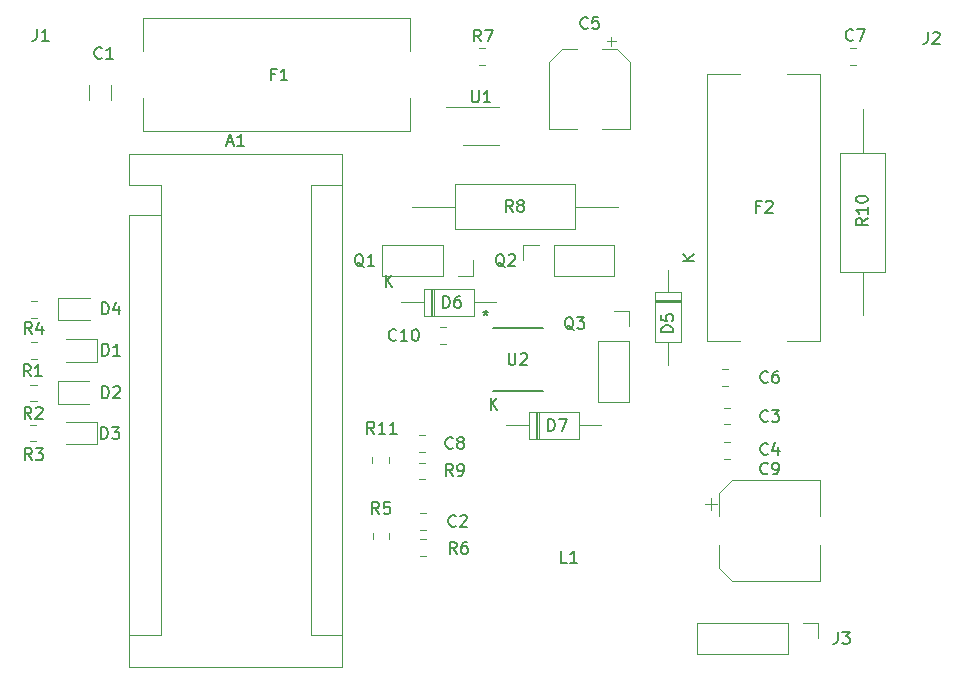
<source format=gbr>
G04 #@! TF.GenerationSoftware,KiCad,Pcbnew,(5.1.5)-3*
G04 #@! TF.CreationDate,2020-06-01T21:11:24-07:00*
G04 #@! TF.ProjectId,MTTP Charge Controller,4d545450-2043-4686-9172-676520436f6e,rev?*
G04 #@! TF.SameCoordinates,Original*
G04 #@! TF.FileFunction,Legend,Top*
G04 #@! TF.FilePolarity,Positive*
%FSLAX46Y46*%
G04 Gerber Fmt 4.6, Leading zero omitted, Abs format (unit mm)*
G04 Created by KiCad (PCBNEW (5.1.5)-3) date 2020-06-01 21:11:24*
%MOMM*%
%LPD*%
G04 APERTURE LIST*
%ADD10C,0.120000*%
%ADD11C,0.152400*%
%ADD12C,0.150000*%
G04 APERTURE END LIST*
D10*
X110008000Y-79750000D02*
X112808000Y-79750000D01*
X116808000Y-79750000D02*
X119608000Y-79750000D01*
X116808000Y-57150000D02*
X119608000Y-57150000D01*
X119608000Y-57150000D02*
X119608000Y-79750000D01*
X110008000Y-57150000D02*
X110008000Y-79750000D01*
X110008000Y-57150000D02*
X112808000Y-57150000D01*
X63754000Y-69088000D02*
X63754000Y-66548000D01*
X63754000Y-66548000D02*
X61084000Y-66548000D01*
X61084000Y-69088000D02*
X61084000Y-107318000D01*
X61084000Y-63878000D02*
X61084000Y-66548000D01*
X76454000Y-66548000D02*
X79124000Y-66548000D01*
X76454000Y-66548000D02*
X76454000Y-104648000D01*
X76454000Y-104648000D02*
X79124000Y-104648000D01*
X63754000Y-69088000D02*
X61084000Y-69088000D01*
X63754000Y-69088000D02*
X63754000Y-104648000D01*
X63754000Y-104648000D02*
X61084000Y-104648000D01*
X61084000Y-107318000D02*
X79124000Y-107318000D01*
X79124000Y-107318000D02*
X79124000Y-63878000D01*
X79124000Y-63878000D02*
X61084000Y-63878000D01*
X57720000Y-59282064D02*
X57720000Y-58077936D01*
X59540000Y-59282064D02*
X59540000Y-58077936D01*
X86189078Y-95706000D02*
X85671922Y-95706000D01*
X86189078Y-94286000D02*
X85671922Y-94286000D01*
X96650000Y-61810000D02*
X99000000Y-61810000D01*
X103470000Y-61810000D02*
X101120000Y-61810000D01*
X103470000Y-56054437D02*
X103470000Y-61810000D01*
X96650000Y-56054437D02*
X96650000Y-61810000D01*
X97714437Y-54990000D02*
X99000000Y-54990000D01*
X102405563Y-54990000D02*
X101120000Y-54990000D01*
X102405563Y-54990000D02*
X103470000Y-56054437D01*
X97714437Y-54990000D02*
X96650000Y-56054437D01*
X101907500Y-53962500D02*
X101907500Y-54750000D01*
X102301250Y-54356250D02*
X101513750Y-54356250D01*
X119576000Y-100018000D02*
X119576000Y-96968000D01*
X119576000Y-91498000D02*
X119576000Y-94548000D01*
X112120437Y-91498000D02*
X119576000Y-91498000D01*
X112120437Y-100018000D02*
X119576000Y-100018000D01*
X111056000Y-98953563D02*
X111056000Y-96968000D01*
X111056000Y-92562437D02*
X111056000Y-94548000D01*
X111056000Y-92562437D02*
X112120437Y-91498000D01*
X111056000Y-98953563D02*
X112120437Y-100018000D01*
X109816000Y-93548000D02*
X110816000Y-93548000D01*
X110316000Y-93048000D02*
X110316000Y-94048000D01*
X55700000Y-81460000D02*
X58385000Y-81460000D01*
X58385000Y-81460000D02*
X58385000Y-79540000D01*
X58385000Y-79540000D02*
X55700000Y-79540000D01*
X55015000Y-85060000D02*
X57700000Y-85060000D01*
X55015000Y-83140000D02*
X55015000Y-85060000D01*
X57700000Y-83140000D02*
X55015000Y-83140000D01*
X58385000Y-86540000D02*
X55700000Y-86540000D01*
X58385000Y-88460000D02*
X58385000Y-86540000D01*
X55700000Y-88460000D02*
X58385000Y-88460000D01*
X57750000Y-76040000D02*
X55065000Y-76040000D01*
X55065000Y-76040000D02*
X55065000Y-77960000D01*
X55065000Y-77960000D02*
X57750000Y-77960000D01*
X107800000Y-75604000D02*
X105560000Y-75604000D01*
X105560000Y-75604000D02*
X105560000Y-79844000D01*
X105560000Y-79844000D02*
X107800000Y-79844000D01*
X107800000Y-79844000D02*
X107800000Y-75604000D01*
X106680000Y-73684000D02*
X106680000Y-75604000D01*
X106680000Y-81764000D02*
X106680000Y-79844000D01*
X107800000Y-76324000D02*
X105560000Y-76324000D01*
X107800000Y-76444000D02*
X105560000Y-76444000D01*
X107800000Y-76204000D02*
X105560000Y-76204000D01*
X86018000Y-75334000D02*
X86018000Y-77574000D01*
X86018000Y-77574000D02*
X90258000Y-77574000D01*
X90258000Y-77574000D02*
X90258000Y-75334000D01*
X90258000Y-75334000D02*
X86018000Y-75334000D01*
X84098000Y-76454000D02*
X86018000Y-76454000D01*
X92178000Y-76454000D02*
X90258000Y-76454000D01*
X86738000Y-75334000D02*
X86738000Y-77574000D01*
X86858000Y-75334000D02*
X86858000Y-77574000D01*
X86618000Y-75334000D02*
X86618000Y-77574000D01*
X95508000Y-85748000D02*
X95508000Y-87988000D01*
X95748000Y-85748000D02*
X95748000Y-87988000D01*
X95628000Y-85748000D02*
X95628000Y-87988000D01*
X101068000Y-86868000D02*
X99148000Y-86868000D01*
X92988000Y-86868000D02*
X94908000Y-86868000D01*
X99148000Y-85748000D02*
X94908000Y-85748000D01*
X99148000Y-87988000D02*
X99148000Y-85748000D01*
X94908000Y-87988000D02*
X99148000Y-87988000D01*
X94908000Y-85748000D02*
X94908000Y-87988000D01*
X84836000Y-52350000D02*
X84836000Y-55150000D01*
X84836000Y-52350000D02*
X62236000Y-52350000D01*
X84836000Y-61950000D02*
X62236000Y-61950000D01*
X84836000Y-59150000D02*
X84836000Y-61950000D01*
X62236000Y-59150000D02*
X62236000Y-61950000D01*
X62236000Y-52350000D02*
X62236000Y-55150000D01*
X109160000Y-103572000D02*
X109160000Y-106232000D01*
X116840000Y-103572000D02*
X109160000Y-103572000D01*
X116840000Y-106232000D02*
X109160000Y-106232000D01*
X116840000Y-103572000D02*
X116840000Y-106232000D01*
X118110000Y-103572000D02*
X119440000Y-103572000D01*
X119440000Y-103572000D02*
X119440000Y-104902000D01*
X87630000Y-71568000D02*
X87630000Y-74228000D01*
X87630000Y-71568000D02*
X82490000Y-71568000D01*
X82490000Y-71568000D02*
X82490000Y-74228000D01*
X87630000Y-74228000D02*
X82490000Y-74228000D01*
X90230000Y-74228000D02*
X88900000Y-74228000D01*
X90230000Y-72898000D02*
X90230000Y-74228000D01*
X97028000Y-74228000D02*
X97028000Y-71568000D01*
X97028000Y-74228000D02*
X102168000Y-74228000D01*
X102168000Y-74228000D02*
X102168000Y-71568000D01*
X97028000Y-71568000D02*
X102168000Y-71568000D01*
X94428000Y-71568000D02*
X95758000Y-71568000D01*
X94428000Y-72898000D02*
X94428000Y-71568000D01*
X102108000Y-77156000D02*
X103438000Y-77156000D01*
X103438000Y-77156000D02*
X103438000Y-78486000D01*
X103438000Y-79756000D02*
X103438000Y-84896000D01*
X100778000Y-84896000D02*
X103438000Y-84896000D01*
X100778000Y-79756000D02*
X100778000Y-84896000D01*
X100778000Y-79756000D02*
X103438000Y-79756000D01*
X85038000Y-68338000D02*
X88688000Y-68338000D01*
X102478000Y-68338000D02*
X98828000Y-68338000D01*
X88688000Y-70258000D02*
X98828000Y-70258000D01*
X88688000Y-66418000D02*
X88688000Y-70258000D01*
X98828000Y-66418000D02*
X88688000Y-66418000D01*
X98828000Y-70258000D02*
X98828000Y-66418000D01*
X125110000Y-63764000D02*
X121270000Y-63764000D01*
X121270000Y-63764000D02*
X121270000Y-73904000D01*
X121270000Y-73904000D02*
X125110000Y-73904000D01*
X125110000Y-73904000D02*
X125110000Y-63764000D01*
X123190000Y-60114000D02*
X123190000Y-63764000D01*
X123190000Y-77554000D02*
X123190000Y-73904000D01*
X90860000Y-63110000D02*
X92360000Y-63110000D01*
X90860000Y-63110000D02*
X89360000Y-63110000D01*
X90860000Y-59890000D02*
X92360000Y-59890000D01*
X90860000Y-59890000D02*
X87935000Y-59890000D01*
D11*
X96100900Y-78651100D02*
X91859100Y-78651100D01*
X91859100Y-83908900D02*
X96100900Y-83908900D01*
D10*
X91181078Y-56310000D02*
X90663922Y-56310000D01*
X91181078Y-54890000D02*
X90663922Y-54890000D01*
X83110000Y-96003922D02*
X83110000Y-96521078D01*
X81690000Y-96003922D02*
X81690000Y-96521078D01*
X85671922Y-96490000D02*
X86189078Y-96490000D01*
X85671922Y-97910000D02*
X86189078Y-97910000D01*
X53246078Y-79790000D02*
X52728922Y-79790000D01*
X53246078Y-81210000D02*
X52728922Y-81210000D01*
X52721422Y-83410000D02*
X53238578Y-83410000D01*
X52721422Y-84830000D02*
X53238578Y-84830000D01*
X53208578Y-86790000D02*
X52691422Y-86790000D01*
X53208578Y-88210000D02*
X52691422Y-88210000D01*
X53258578Y-77740000D02*
X52741422Y-77740000D01*
X53258578Y-76320000D02*
X52741422Y-76320000D01*
X85651422Y-90010000D02*
X86168578Y-90010000D01*
X85651422Y-91430000D02*
X86168578Y-91430000D01*
X81680000Y-89551422D02*
X81680000Y-90068578D01*
X83100000Y-89551422D02*
X83100000Y-90068578D01*
X111428423Y-85355001D02*
X111945579Y-85355001D01*
X111428423Y-86775001D02*
X111945579Y-86775001D01*
X111428423Y-89725001D02*
X111945579Y-89725001D01*
X111428423Y-88305001D02*
X111945579Y-88305001D01*
X111764578Y-82094000D02*
X111247422Y-82094000D01*
X111764578Y-83514000D02*
X111247422Y-83514000D01*
X122090922Y-54916000D02*
X122608078Y-54916000D01*
X122090922Y-56336000D02*
X122608078Y-56336000D01*
X85593422Y-87682000D02*
X86110578Y-87682000D01*
X85593422Y-89102000D02*
X86110578Y-89102000D01*
X87371422Y-79958000D02*
X87888578Y-79958000D01*
X87371422Y-78538000D02*
X87888578Y-78538000D01*
D12*
X114502666Y-68328571D02*
X114169333Y-68328571D01*
X114169333Y-68852380D02*
X114169333Y-67852380D01*
X114645523Y-67852380D01*
X114978857Y-67947619D02*
X115026476Y-67900000D01*
X115121714Y-67852380D01*
X115359809Y-67852380D01*
X115455047Y-67900000D01*
X115502666Y-67947619D01*
X115550285Y-68042857D01*
X115550285Y-68138095D01*
X115502666Y-68280952D01*
X114931238Y-68852380D01*
X115550285Y-68852380D01*
X98131333Y-98496380D02*
X97655142Y-98496380D01*
X97655142Y-97496380D01*
X98988476Y-98496380D02*
X98417047Y-98496380D01*
X98702761Y-98496380D02*
X98702761Y-97496380D01*
X98607523Y-97639238D01*
X98512285Y-97734476D01*
X98417047Y-97782095D01*
X69389714Y-62904666D02*
X69865904Y-62904666D01*
X69294476Y-63190380D02*
X69627809Y-62190380D01*
X69961142Y-63190380D01*
X70818285Y-63190380D02*
X70246857Y-63190380D01*
X70532571Y-63190380D02*
X70532571Y-62190380D01*
X70437333Y-62333238D01*
X70342095Y-62428476D01*
X70246857Y-62476095D01*
X58761333Y-55729142D02*
X58713714Y-55776761D01*
X58570857Y-55824380D01*
X58475619Y-55824380D01*
X58332761Y-55776761D01*
X58237523Y-55681523D01*
X58189904Y-55586285D01*
X58142285Y-55395809D01*
X58142285Y-55252952D01*
X58189904Y-55062476D01*
X58237523Y-54967238D01*
X58332761Y-54872000D01*
X58475619Y-54824380D01*
X58570857Y-54824380D01*
X58713714Y-54872000D01*
X58761333Y-54919619D01*
X59713714Y-55824380D02*
X59142285Y-55824380D01*
X59428000Y-55824380D02*
X59428000Y-54824380D01*
X59332761Y-54967238D01*
X59237523Y-55062476D01*
X59142285Y-55110095D01*
X88733333Y-95353142D02*
X88685714Y-95400761D01*
X88542857Y-95448380D01*
X88447619Y-95448380D01*
X88304761Y-95400761D01*
X88209523Y-95305523D01*
X88161904Y-95210285D01*
X88114285Y-95019809D01*
X88114285Y-94876952D01*
X88161904Y-94686476D01*
X88209523Y-94591238D01*
X88304761Y-94496000D01*
X88447619Y-94448380D01*
X88542857Y-94448380D01*
X88685714Y-94496000D01*
X88733333Y-94543619D01*
X89114285Y-94543619D02*
X89161904Y-94496000D01*
X89257142Y-94448380D01*
X89495238Y-94448380D01*
X89590476Y-94496000D01*
X89638095Y-94543619D01*
X89685714Y-94638857D01*
X89685714Y-94734095D01*
X89638095Y-94876952D01*
X89066666Y-95448380D01*
X89685714Y-95448380D01*
X99909333Y-53189142D02*
X99861714Y-53236761D01*
X99718857Y-53284380D01*
X99623619Y-53284380D01*
X99480761Y-53236761D01*
X99385523Y-53141523D01*
X99337904Y-53046285D01*
X99290285Y-52855809D01*
X99290285Y-52712952D01*
X99337904Y-52522476D01*
X99385523Y-52427238D01*
X99480761Y-52332000D01*
X99623619Y-52284380D01*
X99718857Y-52284380D01*
X99861714Y-52332000D01*
X99909333Y-52379619D01*
X100814095Y-52284380D02*
X100337904Y-52284380D01*
X100290285Y-52760571D01*
X100337904Y-52712952D01*
X100433142Y-52665333D01*
X100671238Y-52665333D01*
X100766476Y-52712952D01*
X100814095Y-52760571D01*
X100861714Y-52855809D01*
X100861714Y-53093904D01*
X100814095Y-53189142D01*
X100766476Y-53236761D01*
X100671238Y-53284380D01*
X100433142Y-53284380D01*
X100337904Y-53236761D01*
X100290285Y-53189142D01*
X115149333Y-90915142D02*
X115101714Y-90962761D01*
X114958857Y-91010380D01*
X114863619Y-91010380D01*
X114720761Y-90962761D01*
X114625523Y-90867523D01*
X114577904Y-90772285D01*
X114530285Y-90581809D01*
X114530285Y-90438952D01*
X114577904Y-90248476D01*
X114625523Y-90153238D01*
X114720761Y-90058000D01*
X114863619Y-90010380D01*
X114958857Y-90010380D01*
X115101714Y-90058000D01*
X115149333Y-90105619D01*
X115625523Y-91010380D02*
X115816000Y-91010380D01*
X115911238Y-90962761D01*
X115958857Y-90915142D01*
X116054095Y-90772285D01*
X116101714Y-90581809D01*
X116101714Y-90200857D01*
X116054095Y-90105619D01*
X116006476Y-90058000D01*
X115911238Y-90010380D01*
X115720761Y-90010380D01*
X115625523Y-90058000D01*
X115577904Y-90105619D01*
X115530285Y-90200857D01*
X115530285Y-90438952D01*
X115577904Y-90534190D01*
X115625523Y-90581809D01*
X115720761Y-90629428D01*
X115911238Y-90629428D01*
X116006476Y-90581809D01*
X116054095Y-90534190D01*
X116101714Y-90438952D01*
X58799404Y-80952380D02*
X58799404Y-79952380D01*
X59037500Y-79952380D01*
X59180357Y-80000000D01*
X59275595Y-80095238D01*
X59323214Y-80190476D01*
X59370833Y-80380952D01*
X59370833Y-80523809D01*
X59323214Y-80714285D01*
X59275595Y-80809523D01*
X59180357Y-80904761D01*
X59037500Y-80952380D01*
X58799404Y-80952380D01*
X60323214Y-80952380D02*
X59751785Y-80952380D01*
X60037500Y-80952380D02*
X60037500Y-79952380D01*
X59942261Y-80095238D01*
X59847023Y-80190476D01*
X59751785Y-80238095D01*
X58799404Y-84552380D02*
X58799404Y-83552380D01*
X59037500Y-83552380D01*
X59180357Y-83600000D01*
X59275595Y-83695238D01*
X59323214Y-83790476D01*
X59370833Y-83980952D01*
X59370833Y-84123809D01*
X59323214Y-84314285D01*
X59275595Y-84409523D01*
X59180357Y-84504761D01*
X59037500Y-84552380D01*
X58799404Y-84552380D01*
X59751785Y-83647619D02*
X59799404Y-83600000D01*
X59894642Y-83552380D01*
X60132738Y-83552380D01*
X60227976Y-83600000D01*
X60275595Y-83647619D01*
X60323214Y-83742857D01*
X60323214Y-83838095D01*
X60275595Y-83980952D01*
X59704166Y-84552380D01*
X60323214Y-84552380D01*
X58711904Y-88002380D02*
X58711904Y-87002380D01*
X58950000Y-87002380D01*
X59092857Y-87050000D01*
X59188095Y-87145238D01*
X59235714Y-87240476D01*
X59283333Y-87430952D01*
X59283333Y-87573809D01*
X59235714Y-87764285D01*
X59188095Y-87859523D01*
X59092857Y-87954761D01*
X58950000Y-88002380D01*
X58711904Y-88002380D01*
X59616666Y-87002380D02*
X60235714Y-87002380D01*
X59902380Y-87383333D01*
X60045238Y-87383333D01*
X60140476Y-87430952D01*
X60188095Y-87478571D01*
X60235714Y-87573809D01*
X60235714Y-87811904D01*
X60188095Y-87907142D01*
X60140476Y-87954761D01*
X60045238Y-88002380D01*
X59759523Y-88002380D01*
X59664285Y-87954761D01*
X59616666Y-87907142D01*
X58774404Y-77452380D02*
X58774404Y-76452380D01*
X59012500Y-76452380D01*
X59155357Y-76500000D01*
X59250595Y-76595238D01*
X59298214Y-76690476D01*
X59345833Y-76880952D01*
X59345833Y-77023809D01*
X59298214Y-77214285D01*
X59250595Y-77309523D01*
X59155357Y-77404761D01*
X59012500Y-77452380D01*
X58774404Y-77452380D01*
X60202976Y-76785714D02*
X60202976Y-77452380D01*
X59964880Y-76404761D02*
X59726785Y-77119047D01*
X60345833Y-77119047D01*
X107132380Y-78970095D02*
X106132380Y-78970095D01*
X106132380Y-78732000D01*
X106180000Y-78589142D01*
X106275238Y-78493904D01*
X106370476Y-78446285D01*
X106560952Y-78398666D01*
X106703809Y-78398666D01*
X106894285Y-78446285D01*
X106989523Y-78493904D01*
X107084761Y-78589142D01*
X107132380Y-78732000D01*
X107132380Y-78970095D01*
X106132380Y-77493904D02*
X106132380Y-77970095D01*
X106608571Y-78017714D01*
X106560952Y-77970095D01*
X106513333Y-77874857D01*
X106513333Y-77636761D01*
X106560952Y-77541523D01*
X106608571Y-77493904D01*
X106703809Y-77446285D01*
X106941904Y-77446285D01*
X107037142Y-77493904D01*
X107084761Y-77541523D01*
X107132380Y-77636761D01*
X107132380Y-77874857D01*
X107084761Y-77970095D01*
X107037142Y-78017714D01*
X108932380Y-72905904D02*
X107932380Y-72905904D01*
X108932380Y-72334476D02*
X108360952Y-72763047D01*
X107932380Y-72334476D02*
X108503809Y-72905904D01*
X87653904Y-76906380D02*
X87653904Y-75906380D01*
X87892000Y-75906380D01*
X88034857Y-75954000D01*
X88130095Y-76049238D01*
X88177714Y-76144476D01*
X88225333Y-76334952D01*
X88225333Y-76477809D01*
X88177714Y-76668285D01*
X88130095Y-76763523D01*
X88034857Y-76858761D01*
X87892000Y-76906380D01*
X87653904Y-76906380D01*
X89082476Y-75906380D02*
X88892000Y-75906380D01*
X88796761Y-75954000D01*
X88749142Y-76001619D01*
X88653904Y-76144476D01*
X88606285Y-76334952D01*
X88606285Y-76715904D01*
X88653904Y-76811142D01*
X88701523Y-76858761D01*
X88796761Y-76906380D01*
X88987238Y-76906380D01*
X89082476Y-76858761D01*
X89130095Y-76811142D01*
X89177714Y-76715904D01*
X89177714Y-76477809D01*
X89130095Y-76382571D01*
X89082476Y-76334952D01*
X88987238Y-76287333D01*
X88796761Y-76287333D01*
X88701523Y-76334952D01*
X88653904Y-76382571D01*
X88606285Y-76477809D01*
X82796095Y-75106380D02*
X82796095Y-74106380D01*
X83367523Y-75106380D02*
X82938952Y-74534952D01*
X83367523Y-74106380D02*
X82796095Y-74677809D01*
X96543904Y-87320380D02*
X96543904Y-86320380D01*
X96782000Y-86320380D01*
X96924857Y-86368000D01*
X97020095Y-86463238D01*
X97067714Y-86558476D01*
X97115333Y-86748952D01*
X97115333Y-86891809D01*
X97067714Y-87082285D01*
X97020095Y-87177523D01*
X96924857Y-87272761D01*
X96782000Y-87320380D01*
X96543904Y-87320380D01*
X97448666Y-86320380D02*
X98115333Y-86320380D01*
X97686761Y-87320380D01*
X91686095Y-85520380D02*
X91686095Y-84520380D01*
X92257523Y-85520380D02*
X91828952Y-84948952D01*
X92257523Y-84520380D02*
X91686095Y-85091809D01*
X73418666Y-57124571D02*
X73085333Y-57124571D01*
X73085333Y-57648380D02*
X73085333Y-56648380D01*
X73561523Y-56648380D01*
X74466285Y-57648380D02*
X73894857Y-57648380D01*
X74180571Y-57648380D02*
X74180571Y-56648380D01*
X74085333Y-56791238D01*
X73990095Y-56886476D01*
X73894857Y-56934095D01*
X53260666Y-53300380D02*
X53260666Y-54014666D01*
X53213047Y-54157523D01*
X53117809Y-54252761D01*
X52974952Y-54300380D01*
X52879714Y-54300380D01*
X54260666Y-54300380D02*
X53689238Y-54300380D01*
X53974952Y-54300380D02*
X53974952Y-53300380D01*
X53879714Y-53443238D01*
X53784476Y-53538476D01*
X53689238Y-53586095D01*
X128698666Y-53554380D02*
X128698666Y-54268666D01*
X128651047Y-54411523D01*
X128555809Y-54506761D01*
X128412952Y-54554380D01*
X128317714Y-54554380D01*
X129127238Y-53649619D02*
X129174857Y-53602000D01*
X129270095Y-53554380D01*
X129508190Y-53554380D01*
X129603428Y-53602000D01*
X129651047Y-53649619D01*
X129698666Y-53744857D01*
X129698666Y-53840095D01*
X129651047Y-53982952D01*
X129079619Y-54554380D01*
X129698666Y-54554380D01*
X121078666Y-104354380D02*
X121078666Y-105068666D01*
X121031047Y-105211523D01*
X120935809Y-105306761D01*
X120792952Y-105354380D01*
X120697714Y-105354380D01*
X121459619Y-104354380D02*
X122078666Y-104354380D01*
X121745333Y-104735333D01*
X121888190Y-104735333D01*
X121983428Y-104782952D01*
X122031047Y-104830571D01*
X122078666Y-104925809D01*
X122078666Y-105163904D01*
X122031047Y-105259142D01*
X121983428Y-105306761D01*
X121888190Y-105354380D01*
X121602476Y-105354380D01*
X121507238Y-105306761D01*
X121459619Y-105259142D01*
X80930761Y-73445619D02*
X80835523Y-73398000D01*
X80740285Y-73302761D01*
X80597428Y-73159904D01*
X80502190Y-73112285D01*
X80406952Y-73112285D01*
X80454571Y-73350380D02*
X80359333Y-73302761D01*
X80264095Y-73207523D01*
X80216476Y-73017047D01*
X80216476Y-72683714D01*
X80264095Y-72493238D01*
X80359333Y-72398000D01*
X80454571Y-72350380D01*
X80645047Y-72350380D01*
X80740285Y-72398000D01*
X80835523Y-72493238D01*
X80883142Y-72683714D01*
X80883142Y-73017047D01*
X80835523Y-73207523D01*
X80740285Y-73302761D01*
X80645047Y-73350380D01*
X80454571Y-73350380D01*
X81835523Y-73350380D02*
X81264095Y-73350380D01*
X81549809Y-73350380D02*
X81549809Y-72350380D01*
X81454571Y-72493238D01*
X81359333Y-72588476D01*
X81264095Y-72636095D01*
X92868761Y-73445619D02*
X92773523Y-73398000D01*
X92678285Y-73302761D01*
X92535428Y-73159904D01*
X92440190Y-73112285D01*
X92344952Y-73112285D01*
X92392571Y-73350380D02*
X92297333Y-73302761D01*
X92202095Y-73207523D01*
X92154476Y-73017047D01*
X92154476Y-72683714D01*
X92202095Y-72493238D01*
X92297333Y-72398000D01*
X92392571Y-72350380D01*
X92583047Y-72350380D01*
X92678285Y-72398000D01*
X92773523Y-72493238D01*
X92821142Y-72683714D01*
X92821142Y-73017047D01*
X92773523Y-73207523D01*
X92678285Y-73302761D01*
X92583047Y-73350380D01*
X92392571Y-73350380D01*
X93202095Y-72445619D02*
X93249714Y-72398000D01*
X93344952Y-72350380D01*
X93583047Y-72350380D01*
X93678285Y-72398000D01*
X93725904Y-72445619D01*
X93773523Y-72540857D01*
X93773523Y-72636095D01*
X93725904Y-72778952D01*
X93154476Y-73350380D01*
X93773523Y-73350380D01*
X98710761Y-78779619D02*
X98615523Y-78732000D01*
X98520285Y-78636761D01*
X98377428Y-78493904D01*
X98282190Y-78446285D01*
X98186952Y-78446285D01*
X98234571Y-78684380D02*
X98139333Y-78636761D01*
X98044095Y-78541523D01*
X97996476Y-78351047D01*
X97996476Y-78017714D01*
X98044095Y-77827238D01*
X98139333Y-77732000D01*
X98234571Y-77684380D01*
X98425047Y-77684380D01*
X98520285Y-77732000D01*
X98615523Y-77827238D01*
X98663142Y-78017714D01*
X98663142Y-78351047D01*
X98615523Y-78541523D01*
X98520285Y-78636761D01*
X98425047Y-78684380D01*
X98234571Y-78684380D01*
X98996476Y-77684380D02*
X99615523Y-77684380D01*
X99282190Y-78065333D01*
X99425047Y-78065333D01*
X99520285Y-78112952D01*
X99567904Y-78160571D01*
X99615523Y-78255809D01*
X99615523Y-78493904D01*
X99567904Y-78589142D01*
X99520285Y-78636761D01*
X99425047Y-78684380D01*
X99139333Y-78684380D01*
X99044095Y-78636761D01*
X98996476Y-78589142D01*
X93559333Y-68778380D02*
X93226000Y-68302190D01*
X92987904Y-68778380D02*
X92987904Y-67778380D01*
X93368857Y-67778380D01*
X93464095Y-67826000D01*
X93511714Y-67873619D01*
X93559333Y-67968857D01*
X93559333Y-68111714D01*
X93511714Y-68206952D01*
X93464095Y-68254571D01*
X93368857Y-68302190D01*
X92987904Y-68302190D01*
X94130761Y-68206952D02*
X94035523Y-68159333D01*
X93987904Y-68111714D01*
X93940285Y-68016476D01*
X93940285Y-67968857D01*
X93987904Y-67873619D01*
X94035523Y-67826000D01*
X94130761Y-67778380D01*
X94321238Y-67778380D01*
X94416476Y-67826000D01*
X94464095Y-67873619D01*
X94511714Y-67968857D01*
X94511714Y-68016476D01*
X94464095Y-68111714D01*
X94416476Y-68159333D01*
X94321238Y-68206952D01*
X94130761Y-68206952D01*
X94035523Y-68254571D01*
X93987904Y-68302190D01*
X93940285Y-68397428D01*
X93940285Y-68587904D01*
X93987904Y-68683142D01*
X94035523Y-68730761D01*
X94130761Y-68778380D01*
X94321238Y-68778380D01*
X94416476Y-68730761D01*
X94464095Y-68683142D01*
X94511714Y-68587904D01*
X94511714Y-68397428D01*
X94464095Y-68302190D01*
X94416476Y-68254571D01*
X94321238Y-68206952D01*
X123612380Y-69326857D02*
X123136190Y-69660190D01*
X123612380Y-69898285D02*
X122612380Y-69898285D01*
X122612380Y-69517333D01*
X122660000Y-69422095D01*
X122707619Y-69374476D01*
X122802857Y-69326857D01*
X122945714Y-69326857D01*
X123040952Y-69374476D01*
X123088571Y-69422095D01*
X123136190Y-69517333D01*
X123136190Y-69898285D01*
X123612380Y-68374476D02*
X123612380Y-68945904D01*
X123612380Y-68660190D02*
X122612380Y-68660190D01*
X122755238Y-68755428D01*
X122850476Y-68850666D01*
X122898095Y-68945904D01*
X122612380Y-67755428D02*
X122612380Y-67660190D01*
X122660000Y-67564952D01*
X122707619Y-67517333D01*
X122802857Y-67469714D01*
X122993333Y-67422095D01*
X123231428Y-67422095D01*
X123421904Y-67469714D01*
X123517142Y-67517333D01*
X123564761Y-67564952D01*
X123612380Y-67660190D01*
X123612380Y-67755428D01*
X123564761Y-67850666D01*
X123517142Y-67898285D01*
X123421904Y-67945904D01*
X123231428Y-67993523D01*
X122993333Y-67993523D01*
X122802857Y-67945904D01*
X122707619Y-67898285D01*
X122660000Y-67850666D01*
X122612380Y-67755428D01*
X90098095Y-58502380D02*
X90098095Y-59311904D01*
X90145714Y-59407142D01*
X90193333Y-59454761D01*
X90288571Y-59502380D01*
X90479047Y-59502380D01*
X90574285Y-59454761D01*
X90621904Y-59407142D01*
X90669523Y-59311904D01*
X90669523Y-58502380D01*
X91669523Y-59502380D02*
X91098095Y-59502380D01*
X91383809Y-59502380D02*
X91383809Y-58502380D01*
X91288571Y-58645238D01*
X91193333Y-58740476D01*
X91098095Y-58788095D01*
X93218095Y-80732380D02*
X93218095Y-81541904D01*
X93265714Y-81637142D01*
X93313333Y-81684761D01*
X93408571Y-81732380D01*
X93599047Y-81732380D01*
X93694285Y-81684761D01*
X93741904Y-81637142D01*
X93789523Y-81541904D01*
X93789523Y-80732380D01*
X94218095Y-80827619D02*
X94265714Y-80780000D01*
X94360952Y-80732380D01*
X94599047Y-80732380D01*
X94694285Y-80780000D01*
X94741904Y-80827619D01*
X94789523Y-80922857D01*
X94789523Y-81018095D01*
X94741904Y-81160952D01*
X94170476Y-81732380D01*
X94789523Y-81732380D01*
X91262200Y-77125580D02*
X91262200Y-77363676D01*
X91024104Y-77268438D02*
X91262200Y-77363676D01*
X91500295Y-77268438D01*
X91119342Y-77554152D02*
X91262200Y-77363676D01*
X91405057Y-77554152D01*
X91262200Y-77125580D02*
X91262200Y-77363676D01*
X91024104Y-77268438D02*
X91262200Y-77363676D01*
X91500295Y-77268438D01*
X91119342Y-77554152D02*
X91262200Y-77363676D01*
X91405057Y-77554152D01*
X90855833Y-54352380D02*
X90522500Y-53876190D01*
X90284404Y-54352380D02*
X90284404Y-53352380D01*
X90665357Y-53352380D01*
X90760595Y-53400000D01*
X90808214Y-53447619D01*
X90855833Y-53542857D01*
X90855833Y-53685714D01*
X90808214Y-53780952D01*
X90760595Y-53828571D01*
X90665357Y-53876190D01*
X90284404Y-53876190D01*
X91189166Y-53352380D02*
X91855833Y-53352380D01*
X91427261Y-54352380D01*
X82233333Y-94352380D02*
X81900000Y-93876190D01*
X81661904Y-94352380D02*
X81661904Y-93352380D01*
X82042857Y-93352380D01*
X82138095Y-93400000D01*
X82185714Y-93447619D01*
X82233333Y-93542857D01*
X82233333Y-93685714D01*
X82185714Y-93780952D01*
X82138095Y-93828571D01*
X82042857Y-93876190D01*
X81661904Y-93876190D01*
X83138095Y-93352380D02*
X82661904Y-93352380D01*
X82614285Y-93828571D01*
X82661904Y-93780952D01*
X82757142Y-93733333D01*
X82995238Y-93733333D01*
X83090476Y-93780952D01*
X83138095Y-93828571D01*
X83185714Y-93923809D01*
X83185714Y-94161904D01*
X83138095Y-94257142D01*
X83090476Y-94304761D01*
X82995238Y-94352380D01*
X82757142Y-94352380D01*
X82661904Y-94304761D01*
X82614285Y-94257142D01*
X88801333Y-97734380D02*
X88468000Y-97258190D01*
X88229904Y-97734380D02*
X88229904Y-96734380D01*
X88610857Y-96734380D01*
X88706095Y-96782000D01*
X88753714Y-96829619D01*
X88801333Y-96924857D01*
X88801333Y-97067714D01*
X88753714Y-97162952D01*
X88706095Y-97210571D01*
X88610857Y-97258190D01*
X88229904Y-97258190D01*
X89658476Y-96734380D02*
X89468000Y-96734380D01*
X89372761Y-96782000D01*
X89325142Y-96829619D01*
X89229904Y-96972476D01*
X89182285Y-97162952D01*
X89182285Y-97543904D01*
X89229904Y-97639142D01*
X89277523Y-97686761D01*
X89372761Y-97734380D01*
X89563238Y-97734380D01*
X89658476Y-97686761D01*
X89706095Y-97639142D01*
X89753714Y-97543904D01*
X89753714Y-97305809D01*
X89706095Y-97210571D01*
X89658476Y-97162952D01*
X89563238Y-97115333D01*
X89372761Y-97115333D01*
X89277523Y-97162952D01*
X89229904Y-97210571D01*
X89182285Y-97305809D01*
X52733333Y-82702380D02*
X52400000Y-82226190D01*
X52161904Y-82702380D02*
X52161904Y-81702380D01*
X52542857Y-81702380D01*
X52638095Y-81750000D01*
X52685714Y-81797619D01*
X52733333Y-81892857D01*
X52733333Y-82035714D01*
X52685714Y-82130952D01*
X52638095Y-82178571D01*
X52542857Y-82226190D01*
X52161904Y-82226190D01*
X53685714Y-82702380D02*
X53114285Y-82702380D01*
X53400000Y-82702380D02*
X53400000Y-81702380D01*
X53304761Y-81845238D01*
X53209523Y-81940476D01*
X53114285Y-81988095D01*
X52793333Y-86302380D02*
X52460000Y-85826190D01*
X52221904Y-86302380D02*
X52221904Y-85302380D01*
X52602857Y-85302380D01*
X52698095Y-85350000D01*
X52745714Y-85397619D01*
X52793333Y-85492857D01*
X52793333Y-85635714D01*
X52745714Y-85730952D01*
X52698095Y-85778571D01*
X52602857Y-85826190D01*
X52221904Y-85826190D01*
X53174285Y-85397619D02*
X53221904Y-85350000D01*
X53317142Y-85302380D01*
X53555238Y-85302380D01*
X53650476Y-85350000D01*
X53698095Y-85397619D01*
X53745714Y-85492857D01*
X53745714Y-85588095D01*
X53698095Y-85730952D01*
X53126666Y-86302380D01*
X53745714Y-86302380D01*
X52833333Y-89802380D02*
X52500000Y-89326190D01*
X52261904Y-89802380D02*
X52261904Y-88802380D01*
X52642857Y-88802380D01*
X52738095Y-88850000D01*
X52785714Y-88897619D01*
X52833333Y-88992857D01*
X52833333Y-89135714D01*
X52785714Y-89230952D01*
X52738095Y-89278571D01*
X52642857Y-89326190D01*
X52261904Y-89326190D01*
X53166666Y-88802380D02*
X53785714Y-88802380D01*
X53452380Y-89183333D01*
X53595238Y-89183333D01*
X53690476Y-89230952D01*
X53738095Y-89278571D01*
X53785714Y-89373809D01*
X53785714Y-89611904D01*
X53738095Y-89707142D01*
X53690476Y-89754761D01*
X53595238Y-89802380D01*
X53309523Y-89802380D01*
X53214285Y-89754761D01*
X53166666Y-89707142D01*
X52833333Y-79132380D02*
X52500000Y-78656190D01*
X52261904Y-79132380D02*
X52261904Y-78132380D01*
X52642857Y-78132380D01*
X52738095Y-78180000D01*
X52785714Y-78227619D01*
X52833333Y-78322857D01*
X52833333Y-78465714D01*
X52785714Y-78560952D01*
X52738095Y-78608571D01*
X52642857Y-78656190D01*
X52261904Y-78656190D01*
X53690476Y-78465714D02*
X53690476Y-79132380D01*
X53452380Y-78084761D02*
X53214285Y-78799047D01*
X53833333Y-78799047D01*
X88479333Y-91130380D02*
X88146000Y-90654190D01*
X87907904Y-91130380D02*
X87907904Y-90130380D01*
X88288857Y-90130380D01*
X88384095Y-90178000D01*
X88431714Y-90225619D01*
X88479333Y-90320857D01*
X88479333Y-90463714D01*
X88431714Y-90558952D01*
X88384095Y-90606571D01*
X88288857Y-90654190D01*
X87907904Y-90654190D01*
X88955523Y-91130380D02*
X89146000Y-91130380D01*
X89241238Y-91082761D01*
X89288857Y-91035142D01*
X89384095Y-90892285D01*
X89431714Y-90701809D01*
X89431714Y-90320857D01*
X89384095Y-90225619D01*
X89336476Y-90178000D01*
X89241238Y-90130380D01*
X89050761Y-90130380D01*
X88955523Y-90178000D01*
X88907904Y-90225619D01*
X88860285Y-90320857D01*
X88860285Y-90558952D01*
X88907904Y-90654190D01*
X88955523Y-90701809D01*
X89050761Y-90749428D01*
X89241238Y-90749428D01*
X89336476Y-90701809D01*
X89384095Y-90654190D01*
X89431714Y-90558952D01*
X81827142Y-87564880D02*
X81493809Y-87088690D01*
X81255714Y-87564880D02*
X81255714Y-86564880D01*
X81636666Y-86564880D01*
X81731904Y-86612500D01*
X81779523Y-86660119D01*
X81827142Y-86755357D01*
X81827142Y-86898214D01*
X81779523Y-86993452D01*
X81731904Y-87041071D01*
X81636666Y-87088690D01*
X81255714Y-87088690D01*
X82779523Y-87564880D02*
X82208095Y-87564880D01*
X82493809Y-87564880D02*
X82493809Y-86564880D01*
X82398571Y-86707738D01*
X82303333Y-86802976D01*
X82208095Y-86850595D01*
X83731904Y-87564880D02*
X83160476Y-87564880D01*
X83446190Y-87564880D02*
X83446190Y-86564880D01*
X83350952Y-86707738D01*
X83255714Y-86802976D01*
X83160476Y-86850595D01*
X115149333Y-86463142D02*
X115101714Y-86510761D01*
X114958857Y-86558380D01*
X114863619Y-86558380D01*
X114720761Y-86510761D01*
X114625523Y-86415523D01*
X114577904Y-86320285D01*
X114530285Y-86129809D01*
X114530285Y-85986952D01*
X114577904Y-85796476D01*
X114625523Y-85701238D01*
X114720761Y-85606000D01*
X114863619Y-85558380D01*
X114958857Y-85558380D01*
X115101714Y-85606000D01*
X115149333Y-85653619D01*
X115482666Y-85558380D02*
X116101714Y-85558380D01*
X115768380Y-85939333D01*
X115911238Y-85939333D01*
X116006476Y-85986952D01*
X116054095Y-86034571D01*
X116101714Y-86129809D01*
X116101714Y-86367904D01*
X116054095Y-86463142D01*
X116006476Y-86510761D01*
X115911238Y-86558380D01*
X115625523Y-86558380D01*
X115530285Y-86510761D01*
X115482666Y-86463142D01*
X115149333Y-89257142D02*
X115101714Y-89304761D01*
X114958857Y-89352380D01*
X114863619Y-89352380D01*
X114720761Y-89304761D01*
X114625523Y-89209523D01*
X114577904Y-89114285D01*
X114530285Y-88923809D01*
X114530285Y-88780952D01*
X114577904Y-88590476D01*
X114625523Y-88495238D01*
X114720761Y-88400000D01*
X114863619Y-88352380D01*
X114958857Y-88352380D01*
X115101714Y-88400000D01*
X115149333Y-88447619D01*
X116006476Y-88685714D02*
X116006476Y-89352380D01*
X115768380Y-88304761D02*
X115530285Y-89019047D01*
X116149333Y-89019047D01*
X115149333Y-83161142D02*
X115101714Y-83208761D01*
X114958857Y-83256380D01*
X114863619Y-83256380D01*
X114720761Y-83208761D01*
X114625523Y-83113523D01*
X114577904Y-83018285D01*
X114530285Y-82827809D01*
X114530285Y-82684952D01*
X114577904Y-82494476D01*
X114625523Y-82399238D01*
X114720761Y-82304000D01*
X114863619Y-82256380D01*
X114958857Y-82256380D01*
X115101714Y-82304000D01*
X115149333Y-82351619D01*
X116006476Y-82256380D02*
X115816000Y-82256380D01*
X115720761Y-82304000D01*
X115673142Y-82351619D01*
X115577904Y-82494476D01*
X115530285Y-82684952D01*
X115530285Y-83065904D01*
X115577904Y-83161142D01*
X115625523Y-83208761D01*
X115720761Y-83256380D01*
X115911238Y-83256380D01*
X116006476Y-83208761D01*
X116054095Y-83161142D01*
X116101714Y-83065904D01*
X116101714Y-82827809D01*
X116054095Y-82732571D01*
X116006476Y-82684952D01*
X115911238Y-82637333D01*
X115720761Y-82637333D01*
X115625523Y-82684952D01*
X115577904Y-82732571D01*
X115530285Y-82827809D01*
X122358333Y-54205142D02*
X122310714Y-54252761D01*
X122167857Y-54300380D01*
X122072619Y-54300380D01*
X121929761Y-54252761D01*
X121834523Y-54157523D01*
X121786904Y-54062285D01*
X121739285Y-53871809D01*
X121739285Y-53728952D01*
X121786904Y-53538476D01*
X121834523Y-53443238D01*
X121929761Y-53348000D01*
X122072619Y-53300380D01*
X122167857Y-53300380D01*
X122310714Y-53348000D01*
X122358333Y-53395619D01*
X122691666Y-53300380D02*
X123358333Y-53300380D01*
X122929761Y-54300380D01*
X88479333Y-88749142D02*
X88431714Y-88796761D01*
X88288857Y-88844380D01*
X88193619Y-88844380D01*
X88050761Y-88796761D01*
X87955523Y-88701523D01*
X87907904Y-88606285D01*
X87860285Y-88415809D01*
X87860285Y-88272952D01*
X87907904Y-88082476D01*
X87955523Y-87987238D01*
X88050761Y-87892000D01*
X88193619Y-87844380D01*
X88288857Y-87844380D01*
X88431714Y-87892000D01*
X88479333Y-87939619D01*
X89050761Y-88272952D02*
X88955523Y-88225333D01*
X88907904Y-88177714D01*
X88860285Y-88082476D01*
X88860285Y-88034857D01*
X88907904Y-87939619D01*
X88955523Y-87892000D01*
X89050761Y-87844380D01*
X89241238Y-87844380D01*
X89336476Y-87892000D01*
X89384095Y-87939619D01*
X89431714Y-88034857D01*
X89431714Y-88082476D01*
X89384095Y-88177714D01*
X89336476Y-88225333D01*
X89241238Y-88272952D01*
X89050761Y-88272952D01*
X88955523Y-88320571D01*
X88907904Y-88368190D01*
X88860285Y-88463428D01*
X88860285Y-88653904D01*
X88907904Y-88749142D01*
X88955523Y-88796761D01*
X89050761Y-88844380D01*
X89241238Y-88844380D01*
X89336476Y-88796761D01*
X89384095Y-88749142D01*
X89431714Y-88653904D01*
X89431714Y-88463428D01*
X89384095Y-88368190D01*
X89336476Y-88320571D01*
X89241238Y-88272952D01*
X83685142Y-79605142D02*
X83637523Y-79652761D01*
X83494666Y-79700380D01*
X83399428Y-79700380D01*
X83256571Y-79652761D01*
X83161333Y-79557523D01*
X83113714Y-79462285D01*
X83066095Y-79271809D01*
X83066095Y-79128952D01*
X83113714Y-78938476D01*
X83161333Y-78843238D01*
X83256571Y-78748000D01*
X83399428Y-78700380D01*
X83494666Y-78700380D01*
X83637523Y-78748000D01*
X83685142Y-78795619D01*
X84637523Y-79700380D02*
X84066095Y-79700380D01*
X84351809Y-79700380D02*
X84351809Y-78700380D01*
X84256571Y-78843238D01*
X84161333Y-78938476D01*
X84066095Y-78986095D01*
X85256571Y-78700380D02*
X85351809Y-78700380D01*
X85447047Y-78748000D01*
X85494666Y-78795619D01*
X85542285Y-78890857D01*
X85589904Y-79081333D01*
X85589904Y-79319428D01*
X85542285Y-79509904D01*
X85494666Y-79605142D01*
X85447047Y-79652761D01*
X85351809Y-79700380D01*
X85256571Y-79700380D01*
X85161333Y-79652761D01*
X85113714Y-79605142D01*
X85066095Y-79509904D01*
X85018476Y-79319428D01*
X85018476Y-79081333D01*
X85066095Y-78890857D01*
X85113714Y-78795619D01*
X85161333Y-78748000D01*
X85256571Y-78700380D01*
M02*

</source>
